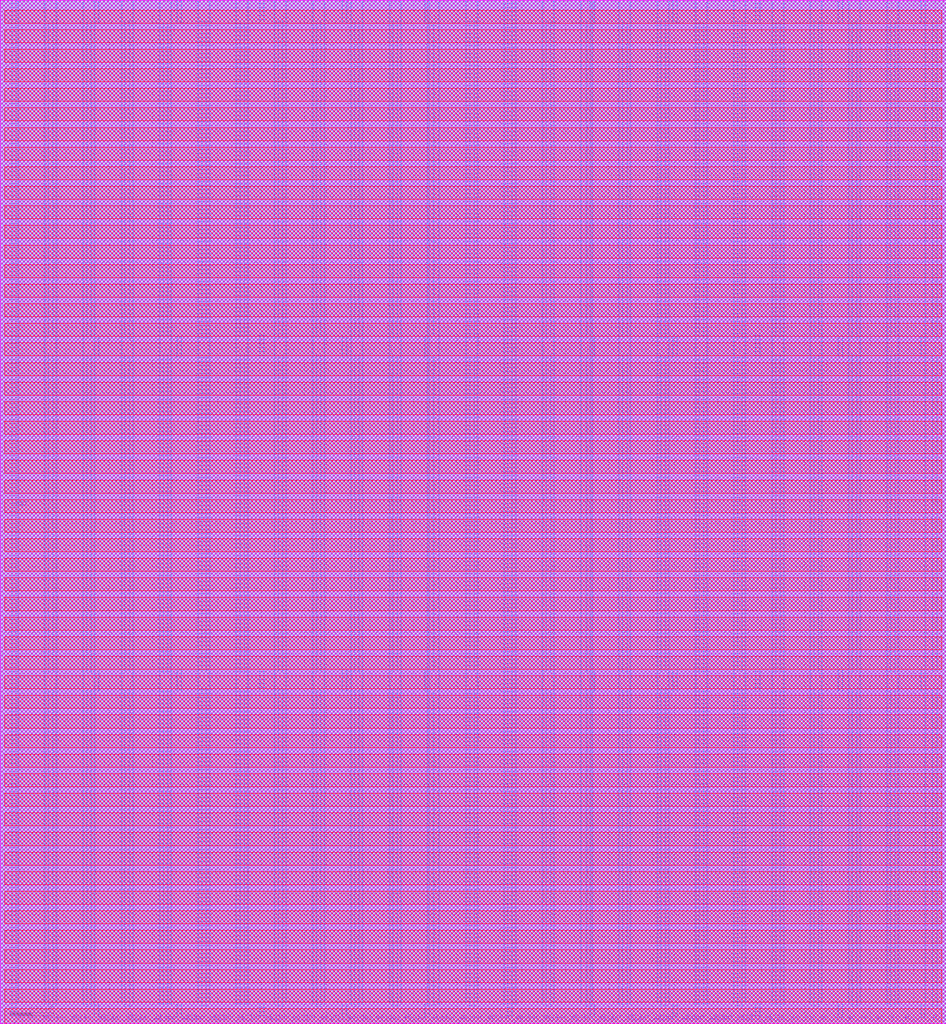
<source format=lef>
VERSION 5.8 ;
BUSBITCHARS "[]" ;
DIVIDERCHAR "/" ;
UNITS
    DATABASE MICRONS 2000 ;
END UNITS
MACRO efuse_ctrl
  FOREIGN efuse_ctrl 0 0 ;
  CLASS BLOCK ;
  ORIGIN 0 0 ;
  SIZE 2175 BY 2352.3 ;
  PIN wb_ack_o
    DIRECTION OUTPUT ;
    USE SIGNAL ;
    PORT
      LAYER Metal2 ;
        RECT  1884.96 0 1885.52 4 ;
    END
  END wb_ack_o
  PIN wb_adr_i[0]
    DIRECTION INPUT ;
    USE SIGNAL ;
    PORT
      LAYER Metal2 ;
        RECT  33.6 0 34.16 4 ;
    END
  END wb_adr_i[0]
  PIN wb_adr_i[10]
    DIRECTION INPUT ;
    USE SIGNAL ;
    PORT
      LAYER Metal2 ;
        RECT  672 0 672.56 4 ;
    END
  END wb_adr_i[10]
  PIN wb_adr_i[1]
    DIRECTION INPUT ;
    USE SIGNAL ;
    PORT
      LAYER Metal2 ;
        RECT  97.44 0 98 4 ;
    END
  END wb_adr_i[1]
  PIN wb_adr_i[2]
    DIRECTION INPUT ;
    USE SIGNAL ;
    PORT
      LAYER Metal2 ;
        RECT  161.28 0 161.84 4 ;
    END
  END wb_adr_i[2]
  PIN wb_adr_i[3]
    DIRECTION INPUT ;
    USE SIGNAL ;
    PORT
      LAYER Metal2 ;
        RECT  225.12 0 225.68 4 ;
    END
  END wb_adr_i[3]
  PIN wb_adr_i[4]
    DIRECTION INPUT ;
    USE SIGNAL ;
    PORT
      LAYER Metal2 ;
        RECT  288.96 0 289.52 4 ;
    END
  END wb_adr_i[4]
  PIN wb_adr_i[5]
    DIRECTION INPUT ;
    USE SIGNAL ;
    PORT
      LAYER Metal2 ;
        RECT  352.8 0 353.36 4 ;
    END
  END wb_adr_i[5]
  PIN wb_adr_i[6]
    DIRECTION INPUT ;
    USE SIGNAL ;
    PORT
      LAYER Metal2 ;
        RECT  416.64 0 417.2 4 ;
    END
  END wb_adr_i[6]
  PIN wb_adr_i[7]
    DIRECTION INPUT ;
    USE SIGNAL ;
    PORT
      LAYER Metal2 ;
        RECT  480.48 0 481.04 4 ;
    END
  END wb_adr_i[7]
  PIN wb_adr_i[8]
    DIRECTION INPUT ;
    USE SIGNAL ;
    PORT
      LAYER Metal2 ;
        RECT  544.32 0 544.88 4 ;
    END
  END wb_adr_i[8]
  PIN wb_adr_i[9]
    DIRECTION INPUT ;
    USE SIGNAL ;
    PORT
      LAYER Metal2 ;
        RECT  608.16 0 608.72 4 ;
    END
  END wb_adr_i[9]
  PIN wb_clk_i
    DIRECTION INPUT ;
    USE SIGNAL ;
    PORT
      LAYER Metal2 ;
        RECT  2076.48 0 2077.04 4 ;
    END
  END wb_clk_i
  PIN wb_cyc_i
    DIRECTION INPUT ;
    USE SIGNAL ;
    PORT
      LAYER Metal2 ;
        RECT  2012.64 0 2013.2 4 ;
    END
  END wb_cyc_i
  PIN wb_dat_i[0]
    DIRECTION INPUT ;
    USE SIGNAL ;
    PORT
      LAYER Metal2 ;
        RECT  1246.56 0 1247.12 4 ;
    END
  END wb_dat_i[0]
  PIN wb_dat_i[1]
    DIRECTION INPUT ;
    USE SIGNAL ;
    PORT
      LAYER Metal2 ;
        RECT  1310.4 0 1310.96 4 ;
    END
  END wb_dat_i[1]
  PIN wb_dat_i[2]
    DIRECTION INPUT ;
    USE SIGNAL ;
    PORT
      LAYER Metal2 ;
        RECT  1374.24 0 1374.8 4 ;
    END
  END wb_dat_i[2]
  PIN wb_dat_i[3]
    DIRECTION INPUT ;
    USE SIGNAL ;
    PORT
      LAYER Metal2 ;
        RECT  1438.08 0 1438.64 4 ;
    END
  END wb_dat_i[3]
  PIN wb_dat_i[4]
    DIRECTION INPUT ;
    USE SIGNAL ;
    PORT
      LAYER Metal2 ;
        RECT  1501.92 0 1502.48 4 ;
    END
  END wb_dat_i[4]
  PIN wb_dat_i[5]
    DIRECTION INPUT ;
    USE SIGNAL ;
    PORT
      LAYER Metal2 ;
        RECT  1565.76 0 1566.32 4 ;
    END
  END wb_dat_i[5]
  PIN wb_dat_i[6]
    DIRECTION INPUT ;
    USE SIGNAL ;
    PORT
      LAYER Metal2 ;
        RECT  1629.6 0 1630.16 4 ;
    END
  END wb_dat_i[6]
  PIN wb_dat_i[7]
    DIRECTION INPUT ;
    USE SIGNAL ;
    PORT
      LAYER Metal2 ;
        RECT  1693.44 0 1694 4 ;
    END
  END wb_dat_i[7]
  PIN wb_dat_o[0]
    DIRECTION OUTPUT ;
    USE SIGNAL ;
    PORT
      LAYER Metal2 ;
        RECT  735.84 0 736.4 4 ;
    END
  END wb_dat_o[0]
  PIN wb_dat_o[1]
    DIRECTION OUTPUT ;
    USE SIGNAL ;
    PORT
      LAYER Metal2 ;
        RECT  799.68 0 800.24 4 ;
    END
  END wb_dat_o[1]
  PIN wb_dat_o[2]
    DIRECTION OUTPUT ;
    USE SIGNAL ;
    PORT
      LAYER Metal2 ;
        RECT  863.52 0 864.08 4 ;
    END
  END wb_dat_o[2]
  PIN wb_dat_o[3]
    DIRECTION OUTPUT ;
    USE SIGNAL ;
    PORT
      LAYER Metal2 ;
        RECT  927.36 0 927.92 4 ;
    END
  END wb_dat_o[3]
  PIN wb_dat_o[4]
    DIRECTION OUTPUT ;
    USE SIGNAL ;
    PORT
      LAYER Metal2 ;
        RECT  991.2 0 991.76 4 ;
    END
  END wb_dat_o[4]
  PIN wb_dat_o[5]
    DIRECTION OUTPUT ;
    USE SIGNAL ;
    PORT
      LAYER Metal2 ;
        RECT  1055.04 0 1055.6 4 ;
    END
  END wb_dat_o[5]
  PIN wb_dat_o[6]
    DIRECTION OUTPUT ;
    USE SIGNAL ;
    PORT
      LAYER Metal2 ;
        RECT  1118.88 0 1119.44 4 ;
    END
  END wb_dat_o[6]
  PIN wb_dat_o[7]
    DIRECTION OUTPUT ;
    USE SIGNAL ;
    PORT
      LAYER Metal2 ;
        RECT  1182.72 0 1183.28 4 ;
    END
  END wb_dat_o[7]
  PIN wb_rst_i
    DIRECTION INPUT ;
    USE SIGNAL ;
    PORT
      LAYER Metal2 ;
        RECT  2140.32 0 2140.88 4 ;
    END
  END wb_rst_i
  PIN wb_sel_i
    DIRECTION INPUT ;
    USE SIGNAL ;
    PORT
      LAYER Metal2 ;
        RECT  1948.8 0 1949.36 4 ;
    END
  END wb_sel_i
  PIN wb_stb_i
    DIRECTION INPUT ;
    USE SIGNAL ;
    PORT
      LAYER Metal2 ;
        RECT  1821.12 0 1821.68 4 ;
    END
  END wb_stb_i
  PIN wb_we_i
    DIRECTION INPUT ;
    USE SIGNAL ;
    PORT
      LAYER Metal2 ;
        RECT  1757.28 0 1757.84 4 ;
    END
  END wb_we_i
  PIN VDD
    DIRECTION INOUT ;
    USE POWER ;
    PORT
      LAYER Metal4 ;
        RECT 101.5 45 104.0 2349.2 ;
        RECT 189.5 45 192.0 2349.2 ;
        RECT 277.5 45 280.0 2349.2 ;
        RECT 365.5 45 368.0 2349.2 ;
        RECT 453.5 45 456.0 2349.2 ;
        RECT 541.5 45 544.0 2349.2 ;
        RECT 629.5 45 632.0 2349.2 ;
        RECT 717.5 45 720.0 2349.2 ;
        RECT 805.5 45 808.0 2349.2 ;
        RECT 893.5 45 896.0 2349.2 ;
        RECT 981.5 45 984.0 2349.2 ;
        RECT 1069.5 45 1072.0 2349.2 ;
        RECT 1157.5 45 1160.0 2349.2 ;
        RECT 1245.5 45 1248.0 2349.2 ;
        RECT 1333.5 45 1336.0 2349.2 ;
        RECT 1421.5 45 1424.0 2349.2 ;
        RECT 1509.5 45 1512.0 2349.2 ;
        RECT 1597.5 45 1600.0 2349.2 ;
        RECT 1685.5 45 1688.0 2349.2 ;
        RECT 1773.5 45 1776.0 2349.2 ;
        RECT 1861.5 45 1864.0 2349.2 ;
        RECT 1949.5 45 1952.0 2349.2 ;
        RECT 2037.5 45 2040.0 2349.2 ;
        RECT 2125.5 45 2128.0 2349.2 ;

        RECT  2142.6 807.22 2144.2 1536.94 ;
        RECT  2046.28 1575.54 2047.88 2305.26 ;
        RECT  2142.6 38.9 2144.2 768.62 ;
        RECT  1958.36 1575.54 1959.96 2305.26 ;
        RECT  2046.28 38.9 2047.88 768.62 ;
        RECT  1958.36 807.22 1959.96 1536.94 ;
        RECT  2142.6 1575.54 2144.2 2305.26 ;
        RECT  2046.28 807.22 2047.88 1536.94 ;
        RECT  1958.36 38.9 1959.96 768.62 ;
        RECT  1870.44 38.9 1872.04 768.62 ;
        RECT  1782.52 807.22 1784.12 1536.94 ;
        RECT  1694.6 1575.54 1696.2 2305.26 ;
        RECT  1870.44 807.22 1872.04 1536.94 ;
        RECT  1782.52 38.9 1784.12 768.62 ;
        RECT  1606.12 1575.54 1607.72 2305.26 ;
        RECT  1870.44 1575.54 1872.04 2305.26 ;
        RECT  1694.6 38.9 1696.2 768.62 ;
        RECT  1606.12 807.22 1607.72 1536.94 ;
        RECT  1782.52 1575.54 1784.12 2305.26 ;
        RECT  1694.6 807.22 1696.2 1536.94 ;
        RECT  1606.12 38.9 1607.72 768.62 ;
        RECT  1518.2 38.9 1519.8 768.62 ;
        RECT  1430.28 807.22 1431.88 1536.94 ;
        RECT  1518.2 807.22 1519.8 1536.94 ;
        RECT  1430.28 38.9 1431.88 768.62 ;
        RECT  1254.44 1575.54 1256.04 2305.26 ;
        RECT  1518.2 1575.54 1519.8 2305.26 ;
        RECT  1254.44 807.22 1256.04 1536.94 ;
        RECT  1430.28 1575.54 1431.88 2305.26 ;
        RECT  1254.44 38.9 1256.04 768.62 ;
        RECT  1078.6 38.9 1080.2 768.62 ;
        RECT  995.16 811.14 996.76 1533.02 ;
        RECT  902.2 1575.54 903.8 2305.26 ;
        RECT  1078.6 807.22 1080.2 1536.94 ;
        RECT  995.16 42.82 996.76 764.7 ;
        RECT  814.28 1575.54 815.88 2305.26 ;
        RECT  1078.6 1575.54 1080.2 2305.26 ;
        RECT  902.2 38.9 903.8 768.62 ;
        RECT  814.28 807.22 815.88 1536.94 ;
        RECT  995.16 1579.46 996.76 2301.34 ;
        RECT  902.2 807.22 903.8 1536.94 ;
        RECT  814.28 38.9 815.88 768.62 ;
        RECT  726.36 38.9 727.96 768.62 ;
        RECT  638.44 807.22 640.04 1536.94 ;
        RECT  550.52 1575.54 552.12 2305.26 ;
        RECT  726.36 807.22 727.96 1536.94 ;
        RECT  638.44 38.9 640.04 768.62 ;
        RECT  462.6 1575.54 464.2 2305.26 ;
        RECT  726.36 1575.54 727.96 2305.26 ;
        RECT  550.52 38.9 552.12 768.62 ;
        RECT  462.6 807.22 464.2 1536.94 ;
        RECT  638.44 1575.54 640.04 2305.26 ;
        RECT  550.52 807.22 552.12 1536.94 ;
        RECT  462.6 38.9 464.2 768.62 ;
        RECT  374.12 38.9 375.72 768.62 ;
        RECT  286.2 807.22 287.8 1536.94 ;
        RECT  198.28 1575.54 199.88 2305.26 ;
        RECT  374.12 807.22 375.72 1536.94 ;
        RECT  286.2 38.9 287.8 768.62 ;
        RECT  110.36 1575.54 111.96 2305.26 ;
        RECT  374.12 1575.54 375.72 2305.26 ;
        RECT  198.28 38.9 199.88 768.62 ;
        RECT  110.36 807.22 111.96 1536.94 ;
        RECT  286.2 1575.54 287.8 2305.26 ;
        RECT  198.28 807.22 199.88 1536.94 ;
        RECT  110.36 38.9 111.96 768.62 ;
        RECT  2115.92 2299.53 2117.52 2352.3 ;
        RECT  2115.92 1531.53 2117.52 1582.27 ;
        RECT  2115.92 763.53 2117.52 814.27 ;
        RECT  2115.92 15.38 2117.52 46.27 ;
        RECT  1925.92 2299.51 1927.52 2352.3 ;
        RECT  1925.92 1531.51 1927.52 1582.27 ;
        RECT  1925.92 763.505 1927.52 814.27 ;
        RECT  1925.92 15.38 1927.52 46.27 ;
        RECT  1735.92 2299.51 1737.52 2352.3 ;
        RECT  1735.92 1531.51 1737.52 1582.27 ;
        RECT  1735.92 763.505 1737.52 814.27 ;
        RECT  1735.92 15.38 1737.52 46.27 ;
        RECT  1545.92 2299.53 1547.52 2352.3 ;
        RECT  1545.92 1531.53 1547.52 1580.04 ;
        RECT  1545.92 763.53 1547.52 811.72 ;
        RECT  1545.92 15.38 1547.52 43.72 ;
        RECT  1355.92 15.38 1357.52 2352.3 ;
        RECT  1165.92 15.38 1167.52 2352.3 ;
        RECT  975.92 2299.51 977.52 2352.3 ;
        RECT  975.92 1531.51 977.52 1582.25 ;
        RECT  975.92 763.505 977.52 814.245 ;
        RECT  975.92 15.38 977.52 46.245 ;
        RECT  785.92 2299.53 787.52 2352.3 ;
        RECT  785.92 1531.53 787.52 1582.27 ;
        RECT  785.92 763.53 787.52 814.27 ;
        RECT  785.92 15.38 787.52 46.27 ;
        RECT  595.92 2299.51 597.52 2352.3 ;
        RECT  595.92 1531.51 597.52 1582.27 ;
        RECT  595.92 763.505 597.52 814.27 ;
        RECT  595.92 15.38 597.52 46.27 ;
        RECT  405.92 2299.51 407.52 2352.3 ;
        RECT  405.92 1531.51 407.52 1582.25 ;
        RECT  405.92 763.505 407.52 814.245 ;
        RECT  405.92 15.38 407.52 46.245 ;
        RECT  215.92 15.38 217.52 43.72 ;
        RECT  25.92 15.38 27.52 2352.3 ;
    END
  END VDD
  PIN VSS
    DIRECTION INOUT ;
    USE GROUND ;
    PORT
      LAYER Metal4 ;
        RECT 40.0 45 42.5 2349.2 ;
        RECT 128.0 45 130.5 2349.2 ;
        RECT 216.0 45 218.5 2349.2 ;
        RECT 304.0 45 306.5 2349.2 ;
        RECT 392.0 45 394.5 2349.2 ;
        RECT 480.0 45 482.5 2349.2 ;
        RECT 568.0 45 570.5 2349.2 ;
        RECT 656.0 45 658.5 2349.2 ;
        RECT 744.0 45 746.5 2349.2 ;
        RECT 832.0 45 834.5 2349.2 ;
        RECT 920.0 45 922.5 2349.2 ;
        RECT 1008.0 45 1010.5 2349.2 ;
        RECT 1096.0 45 1098.5 2349.2 ;
        RECT 1184.0 45 1186.5 2349.2 ;
        RECT 1272.0 45 1274.5 2349.2 ;
        RECT 1360.0 45 1362.5 2349.2 ;
        RECT 1448.0 45 1450.5 2349.2 ;
        RECT 1536.0 45 1538.5 2349.2 ;
        RECT 1624.0 45 1626.5 2349.2 ;
        RECT 1712.0 45 1714.5 2349.2 ;
        RECT 1800.0 45 1802.5 2349.2 ;
        RECT 1888.0 45 1890.5 2349.2 ;
        RECT 1976.0 45 1978.5 2349.2 ;
        RECT 2064.0 45 2066.5 2349.2 ;

        RECT  2152.68 807.22 2154.28 1536.94 ;
        RECT  2056.36 1575.54 2057.96 2305.26 ;
        RECT  2152.68 38.9 2154.28 768.62 ;
        RECT  1968.44 1575.54 1970.04 2305.26 ;
        RECT  2056.36 38.9 2057.96 768.62 ;
        RECT  1968.44 807.22 1970.04 1536.94 ;
        RECT  2152.68 1575.54 2154.28 2305.26 ;
        RECT  2056.36 807.22 2057.96 1536.94 ;
        RECT  1968.44 38.9 1970.04 768.62 ;
        RECT  1880.52 38.9 1882.12 768.62 ;
        RECT  1792.6 807.22 1794.2 1536.94 ;
        RECT  1704.68 1575.54 1706.28 2305.26 ;
        RECT  1880.52 807.22 1882.12 1536.94 ;
        RECT  1792.6 38.9 1794.2 768.62 ;
        RECT  1616.2 1575.54 1617.8 2305.26 ;
        RECT  1880.52 1575.54 1882.12 2305.26 ;
        RECT  1704.68 38.9 1706.28 768.62 ;
        RECT  1616.2 807.22 1617.8 1536.94 ;
        RECT  1792.6 1575.54 1794.2 2305.26 ;
        RECT  1704.68 807.22 1706.28 1536.94 ;
        RECT  1616.2 38.9 1617.8 768.62 ;
        RECT  1528.28 38.9 1529.88 768.62 ;
        RECT  1440.36 807.22 1441.96 1536.94 ;
        RECT  1346.84 1575.54 1348.44 2305.26 ;
        RECT  1528.28 807.22 1529.88 1536.94 ;
        RECT  1440.36 38.9 1441.96 768.62 ;
        RECT  1264.52 1575.54 1266.12 2305.26 ;
        RECT  1528.28 1575.54 1529.88 2305.26 ;
        RECT  1346.84 38.9 1348.44 768.62 ;
        RECT  1264.52 807.22 1266.12 1536.94 ;
        RECT  1440.36 1575.54 1441.96 2305.26 ;
        RECT  1346.84 807.22 1348.44 1536.94 ;
        RECT  1264.52 38.9 1266.12 768.62 ;
        RECT  1088.68 38.9 1090.28 768.62 ;
        RECT  912.28 1575.54 913.88 2305.26 ;
        RECT  1088.68 807.22 1090.28 1536.94 ;
        RECT  824.36 1575.54 825.96 2305.26 ;
        RECT  1088.68 1575.54 1090.28 2305.26 ;
        RECT  912.28 38.9 913.88 768.62 ;
        RECT  824.36 807.22 825.96 1536.94 ;
        RECT  912.28 807.22 913.88 1536.94 ;
        RECT  824.36 38.9 825.96 768.62 ;
        RECT  736.44 38.9 738.04 768.62 ;
        RECT  648.52 807.22 650.12 1536.94 ;
        RECT  560.6 1575.54 562.2 2305.26 ;
        RECT  736.44 807.22 738.04 1536.94 ;
        RECT  648.52 38.9 650.12 768.62 ;
        RECT  472.68 1575.54 474.28 2305.26 ;
        RECT  736.44 1575.54 738.04 2305.26 ;
        RECT  560.6 38.9 562.2 768.62 ;
        RECT  472.68 807.22 474.28 1536.94 ;
        RECT  648.52 1575.54 650.12 2305.26 ;
        RECT  560.6 807.22 562.2 1536.94 ;
        RECT  472.68 38.9 474.28 768.62 ;
        RECT  384.2 38.9 385.8 768.62 ;
        RECT  296.28 807.22 297.88 1536.94 ;
        RECT  208.36 1575.54 209.96 2305.26 ;
        RECT  384.2 807.22 385.8 1536.94 ;
        RECT  296.28 38.9 297.88 768.62 ;
        RECT  120.44 1575.54 122.04 2305.26 ;
        RECT  384.2 1575.54 385.8 2305.26 ;
        RECT  208.36 38.9 209.96 768.62 ;
        RECT  120.44 807.22 122.04 1536.94 ;
        RECT  296.28 1575.54 297.88 2305.26 ;
        RECT  208.36 807.22 209.96 1536.94 ;
        RECT  120.44 38.9 122.04 768.62 ;
        RECT  2125.52 15.38 2127.12 43.72 ;
        RECT  1935.52 2299.53 1937.12 2352.3 ;
        RECT  1935.52 1531.53 1937.12 1582.27 ;
        RECT  1935.52 763.53 1937.12 814.27 ;
        RECT  1935.52 15.38 1937.12 46.27 ;
        RECT  1745.52 2299.51 1747.12 2352.3 ;
        RECT  1745.52 1531.51 1747.12 1582.27 ;
        RECT  1745.52 763.505 1747.12 814.27 ;
        RECT  1745.52 15.38 1747.12 46.27 ;
        RECT  1555.52 2299.51 1557.12 2352.3 ;
        RECT  1555.52 1531.51 1557.12 1582.27 ;
        RECT  1555.52 763.505 1557.12 814.27 ;
        RECT  1555.52 15.38 1557.12 46.27 ;
        RECT  1365.52 2299.53 1367.12 2352.3 ;
        RECT  1365.52 1531.53 1367.12 1579.72 ;
        RECT  1365.52 763.53 1367.12 811.72 ;
        RECT  1365.52 15.38 1367.12 43.72 ;
        RECT  1175.52 15.38 1177.12 2352.3 ;
        RECT  985.52 15.38 987.12 2352.3 ;
        RECT  795.52 2299.53 797.12 2352.3 ;
        RECT  795.52 1531.53 797.12 1582.27 ;
        RECT  795.52 763.53 797.12 814.27 ;
        RECT  795.52 15.38 797.12 46.27 ;
        RECT  605.52 2299.51 607.12 2352.3 ;
        RECT  605.52 1531.51 607.12 1582.27 ;
        RECT  605.52 763.505 607.12 814.27 ;
        RECT  605.52 15.38 607.12 46.27 ;
        RECT  415.52 2299.51 417.12 2352.3 ;
        RECT  415.52 1531.51 417.12 1582.27 ;
        RECT  415.52 763.505 417.12 814.27 ;
        RECT  415.52 15.38 417.12 46.27 ;
        RECT  225.52 2299.53 227.12 2352.3 ;
        RECT  225.52 1531.53 227.12 1579.72 ;
        RECT  225.52 763.53 227.12 811.72 ;
        RECT  225.52 15.38 227.12 43.72 ;
        RECT  35.52 15.38 37.12 2352.3 ;
    END
  END VSS
  OBS
    LAYER Pwell ;
     RECT  0 0 2175 2352.3 ;
    LAYER Nwell ;
     RECT  0 0 2175 2352.3 ;
    LAYER Metal1 ;
     RECT  0 0 2175 2352.3 ;
    LAYER Metal2 ;
     RECT  0 0 2175 2352.3 ;
    LAYER Metal3 ;
     RECT  0 0 2175 2352.3 ;
    LAYER Metal4 ;
     RECT  0 0 2175 2352.3 ;
    LAYER Metal5 ;
        RECT 10 0 2165 34.5 ;
        RECT 10 49.5 2165 79.5 ;
        RECT 10 94.5 2165 124.5 ;
        RECT 10 139.5 2165 169.5 ;
        RECT 10 184.5 2165 214.5 ;
        RECT 10 229.5 2165 259.5 ;
        RECT 10 274.5 2165 304.5 ;
        RECT 10 319.5 2165 349.5 ;
        RECT 10 364.5 2165 394.5 ;
        RECT 10 409.5 2165 439.5 ;
        RECT 10 454.5 2165 484.5 ;
        RECT 10 499.5 2165 529.5 ;
        RECT 10 544.5 2165 574.5 ;
        RECT 10 589.5 2165 619.5 ;
        RECT 10 634.5 2165 664.5 ;
        RECT 10 679.5 2165 709.5 ;
        RECT 10 724.5 2165 754.5 ;
        RECT 10 769.5 2165 799.5 ;
        RECT 10 814.5 2165 844.5 ;
        RECT 10 859.5 2165 889.5 ;
        RECT 10 904.5 2165 934.5 ;
        RECT 10 949.5 2165 979.5 ;
        RECT 10 994.5 2165 1024.5 ;
        RECT 10 1039.5 2165 1069.5 ;
        RECT 10 1084.5 2165 1114.5 ;
        RECT 10 1129.5 2165 1159.5 ;
        RECT 10 1174.5 2165 1204.5 ;
        RECT 10 1219.5 2165 1249.5 ;
        RECT 10 1264.5 2165 1294.5 ;
        RECT 10 1309.5 2165 1339.5 ;
        RECT 10 1354.5 2165 1384.5 ;
        RECT 10 1399.5 2165 1429.5 ;
        RECT 10 1444.5 2165 1474.5 ;
        RECT 10 1489.5 2165 1519.5 ;
        RECT 10 1534.5 2165 1564.5 ;
        RECT 10 1579.5 2165 1609.5 ;
        RECT 10 1624.5 2165 1654.5 ;
        RECT 10 1669.5 2165 1699.5 ;
        RECT 10 1714.5 2165 1744.5 ;
        RECT 10 1759.5 2165 1789.5 ;
        RECT 10 1804.5 2165 1834.5 ;
        RECT 10 1849.5 2165 1879.5 ;
        RECT 10 1894.5 2165 1924.5 ;
        RECT 10 1939.5 2165 1969.5 ;
        RECT 10 1984.5 2165 2014.5 ;
        RECT 10 2029.5 2165 2059.5 ;
        RECT 10 2074.5 2165 2104.5 ;
        RECT 10 2119.5 2165 2149.5 ;
        RECT 10 2164.5 2165 2194.5 ;
        RECT 10 2209.5 2165 2239.5 ;
        RECT 10 2254.5 2165 2284.5 ;
        RECT 10 2299.5 2165 2329.5 ;
  END
END efuse_ctrl
END LIBRARY

</source>
